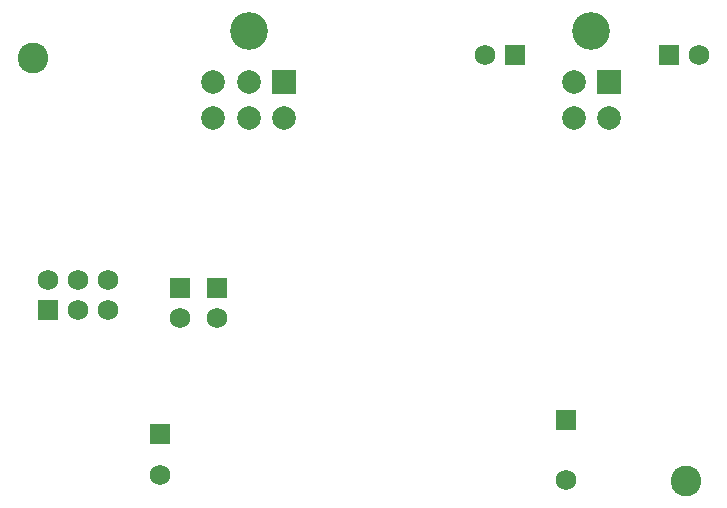
<source format=gbs>
G04 Layer_Color=16711935*
%FSLAX24Y24*%
%MOIN*%
G70*
G01*
G75*
%ADD90R,0.0680X0.0680*%
%ADD91C,0.0680*%
%ADD92R,0.0680X0.0680*%
%ADD93C,0.0789*%
%ADD94R,0.0789X0.0789*%
%ADD95C,0.1261*%
%ADD96C,0.1025*%
%ADD97R,0.0789X0.0789*%
D90*
X27264Y37520D02*
D03*
X26014Y37510D02*
D03*
X25364Y32657D02*
D03*
X38888Y33130D02*
D03*
D91*
X27264Y36520D02*
D03*
X26014Y36510D02*
D03*
X25364Y31280D02*
D03*
X38888Y31130D02*
D03*
X43333Y45289D02*
D03*
X36195Y45285D02*
D03*
X23634Y37782D02*
D03*
Y36781D02*
D03*
X22634Y37782D02*
D03*
X21634D02*
D03*
X22634Y36781D02*
D03*
D92*
X42333Y45289D02*
D03*
X37195Y45285D02*
D03*
X21634Y36781D02*
D03*
D93*
X39144Y44390D02*
D03*
Y43209D02*
D03*
X40325D02*
D03*
X29498D02*
D03*
X27136Y44390D02*
D03*
X28317D02*
D03*
X27136Y43209D02*
D03*
X28317D02*
D03*
D94*
X40325Y44390D02*
D03*
D95*
X39734Y46091D02*
D03*
X28317D02*
D03*
D96*
X42901Y31109D02*
D03*
X21112Y45197D02*
D03*
D97*
X29498Y44390D02*
D03*
M02*

</source>
